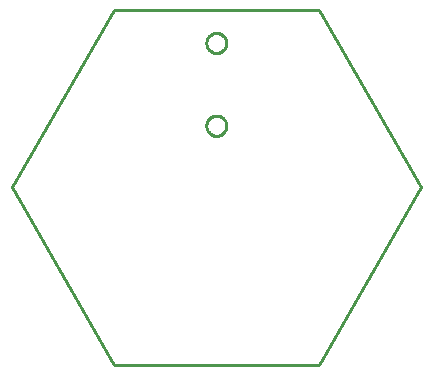
<source format=gbr>
G04 EAGLE Gerber RS-274X export*
G75*
%MOMM*%
%FSLAX34Y34*%
%LPD*%
%IN*%
%IPPOS*%
%AMOC8*
5,1,8,0,0,1.08239X$1,22.5*%
G01*
%ADD10C,0.254000*%


D10*
X-173200Y150813D02*
X-86600Y813D01*
X86600Y813D01*
X173200Y150813D01*
X86600Y300813D01*
X-86600Y300813D01*
X-173200Y150813D01*
X-371Y264550D02*
X-1111Y264615D01*
X-1842Y264744D01*
X-2558Y264936D01*
X-3256Y265190D01*
X-3929Y265503D01*
X-4571Y265874D01*
X-5179Y266300D01*
X-5748Y266777D01*
X-6273Y267302D01*
X-6750Y267871D01*
X-7176Y268479D01*
X-7547Y269121D01*
X-7860Y269794D01*
X-8114Y270492D01*
X-8306Y271209D01*
X-8435Y271939D01*
X-8500Y272679D01*
X-8500Y273421D01*
X-8435Y274161D01*
X-8306Y274892D01*
X-8114Y275608D01*
X-7860Y276306D01*
X-7547Y276979D01*
X-7176Y277621D01*
X-6750Y278229D01*
X-6273Y278798D01*
X-5748Y279323D01*
X-5179Y279800D01*
X-4571Y280226D01*
X-3929Y280597D01*
X-3256Y280910D01*
X-2558Y281164D01*
X-1842Y281356D01*
X-1111Y281485D01*
X-371Y281550D01*
X371Y281550D01*
X1111Y281485D01*
X1842Y281356D01*
X2558Y281164D01*
X3256Y280910D01*
X3929Y280597D01*
X4571Y280226D01*
X5179Y279800D01*
X5748Y279323D01*
X6273Y278798D01*
X6750Y278229D01*
X7176Y277621D01*
X7547Y276979D01*
X7860Y276306D01*
X8114Y275608D01*
X8306Y274892D01*
X8435Y274161D01*
X8500Y273421D01*
X8500Y272679D01*
X8435Y271939D01*
X8306Y271209D01*
X8114Y270492D01*
X7860Y269794D01*
X7547Y269121D01*
X7176Y268479D01*
X6750Y267871D01*
X6273Y267302D01*
X5748Y266777D01*
X5179Y266300D01*
X4571Y265874D01*
X3929Y265503D01*
X3256Y265190D01*
X2558Y264936D01*
X1842Y264744D01*
X1111Y264615D01*
X371Y264550D01*
X-371Y264550D01*
X-371Y194550D02*
X-1111Y194615D01*
X-1842Y194744D01*
X-2558Y194936D01*
X-3256Y195190D01*
X-3929Y195503D01*
X-4571Y195874D01*
X-5179Y196300D01*
X-5748Y196777D01*
X-6273Y197302D01*
X-6750Y197871D01*
X-7176Y198479D01*
X-7547Y199121D01*
X-7860Y199794D01*
X-8114Y200492D01*
X-8306Y201209D01*
X-8435Y201939D01*
X-8500Y202679D01*
X-8500Y203421D01*
X-8435Y204161D01*
X-8306Y204892D01*
X-8114Y205608D01*
X-7860Y206306D01*
X-7547Y206979D01*
X-7176Y207621D01*
X-6750Y208229D01*
X-6273Y208798D01*
X-5748Y209323D01*
X-5179Y209800D01*
X-4571Y210226D01*
X-3929Y210597D01*
X-3256Y210910D01*
X-2558Y211164D01*
X-1842Y211356D01*
X-1111Y211485D01*
X-371Y211550D01*
X371Y211550D01*
X1111Y211485D01*
X1842Y211356D01*
X2558Y211164D01*
X3256Y210910D01*
X3929Y210597D01*
X4571Y210226D01*
X5179Y209800D01*
X5748Y209323D01*
X6273Y208798D01*
X6750Y208229D01*
X7176Y207621D01*
X7547Y206979D01*
X7860Y206306D01*
X8114Y205608D01*
X8306Y204892D01*
X8435Y204161D01*
X8500Y203421D01*
X8500Y202679D01*
X8435Y201939D01*
X8306Y201209D01*
X8114Y200492D01*
X7860Y199794D01*
X7547Y199121D01*
X7176Y198479D01*
X6750Y197871D01*
X6273Y197302D01*
X5748Y196777D01*
X5179Y196300D01*
X4571Y195874D01*
X3929Y195503D01*
X3256Y195190D01*
X2558Y194936D01*
X1842Y194744D01*
X1111Y194615D01*
X371Y194550D01*
X-371Y194550D01*
M02*

</source>
